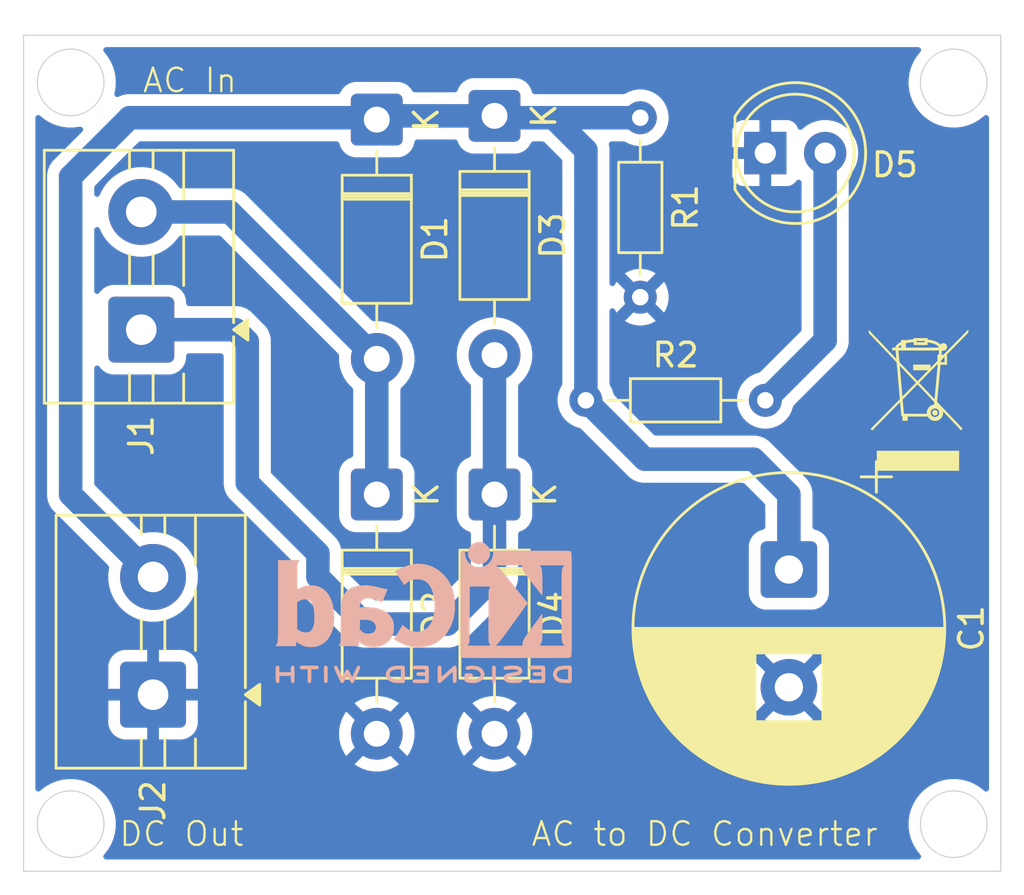
<source format=kicad_pcb>
(kicad_pcb (version 20241229) (generator "pcbnew") (generator_version "9.0")
  (layers (0 "F.Cu" signal) (2 "B.Cu" signal) (13 "F.Paste" user) (15 "B.Paste" user) (5 "F.SilkS" user "F.Silkscreen") (7 "B.SilkS" user "B.Silkscreen") (1 "F.Mask" user) (3 "B.Mask" user) (25 "Edge.Cuts" user))
  (net 0 "")
  (net 1 "GND")
  (net 2 "Net-(D1-K)")
  (net 3 "Net-(D1-A)")
  (net 4 "Net-(D3-A)")
  (net 5 "Net-(D5-A)")
  (footprint "Diode_THT:D_DO-41_SOD81_P10.16mm_Horizontal" (layer "F.Cu") (at 141.5 79.42 -90)
    (property "Reference" "D3" (at 5.08 -2.47 90) (layer "F.SilkS"))
    (property "Value" "1N4007")
    (fp_text user "K" (at 0 -2.1 90) (layer "F.SilkS"))
    (pad "1" thru_hole roundrect (at 0 0 270) (size 2.2 2.2) (drill 1.1) (layers "*.Cu" "*.Mask") (roundrect_rratio 0.113636) (net 2 "Net-(D1-K)"))
    (pad "2" thru_hole circle (at 10.16 0 270) (size 2.2 2.2) (drill 1.1) (layers "*.Cu" "*.Mask") (net 4 "Net-(D3-A)"))
  )
  (footprint "LED_THT:LED_D5.0mm" (layer "F.Cu") (at 153 81)
    (property "Reference" "D5" (at 5.5 0.5 0) (layer "F.SilkS"))
    (property "Value" "LED")
    (pad "1" thru_hole rect (at 0 0) (size 1.8 1.8) (drill 0.9) (layers "*.Cu" "*.Mask") (net 1 "GND"))
    (pad "2" thru_hole circle (at 2.54 0) (size 1.8 1.8) (drill 0.9) (layers "*.Cu" "*.Mask") (net 5 "Net-(D5-A)"))
  )
  (footprint "Diode_THT:D_DO-41_SOD81_P10.16mm_Horizontal" (layer "F.Cu") (at 136.5 79.58 -90)
    (property "Reference" "D1" (at 5.08 -2.47 90) (layer "F.SilkS"))
    (property "Value" "1N4007")
    (fp_text user "K" (at 0 -2.1 90) (layer "F.SilkS"))
    (pad "1" thru_hole roundrect (at 0 0 270) (size 2.2 2.2) (drill 1.1) (layers "*.Cu" "*.Mask") (roundrect_rratio 0.113636) (net 2 "Net-(D1-K)"))
    (pad "2" thru_hole circle (at 10.16 0 270) (size 2.2 2.2) (drill 1.1) (layers "*.Cu" "*.Mask") (net 3 "Net-(D1-A)"))
  )
  (footprint "Diode_THT:D_DO-41_SOD81_P10.16mm_Horizontal" (layer "F.Cu") (at 141.5 95.5 -90)
    (property "Reference" "D4" (at 5.08 -2.47 90) (layer "F.SilkS"))
    (property "Value" "1N4007")
    (fp_text user "K" (at 0 -2.1 90) (layer "F.SilkS"))
    (pad "1" thru_hole roundrect (at 0 0 270) (size 2.2 2.2) (drill 1.1) (layers "*.Cu" "*.Mask") (roundrect_rratio 0.113636) (net 4 "Net-(D3-A)"))
    (pad "2" thru_hole circle (at 10.16 0 270) (size 2.2 2.2) (drill 1.1) (layers "*.Cu" "*.Mask") (net 1 "GND"))
  )
  (footprint "Diode_THT:D_DO-41_SOD81_P10.16mm_Horizontal" (layer "F.Cu") (at 136.5 95.5 -90)
    (property "Reference" "D2" (at 5.08 -2.47 90) (layer "F.SilkS"))
    (property "Value" "1N4007")
    (fp_text user "K" (at 0 -2.1 90) (layer "F.SilkS"))
    (pad "1" thru_hole roundrect (at 0 0 270) (size 2.2 2.2) (drill 1.1) (layers "*.Cu" "*.Mask") (roundrect_rratio 0.113636) (net 3 "Net-(D1-A)"))
    (pad "2" thru_hole circle (at 10.16 0 270) (size 2.2 2.2) (drill 1.1) (layers "*.Cu" "*.Mask") (net 1 "GND"))
  )
  (footprint "Symbol:WEEE-Logo_4.2x6mm_SilkScreen" (layer "F.Cu") (at 159.5 91.5)
    (property "Reference" "REF**" (hide yes))
    (property "Value" "WEEE-Logo_4.2x6mm_SilkScreen" (hide yes))
  )
  (footprint "TerminalBlock:TerminalBlock_MaiXu_MX126-5.0-02P_1x02_P5.00mm" (layer "F.Cu") (at 127 104 90)
    (property "Reference" "J2" (at -4.5 0 90) (layer "F.SilkS"))
    (property "Value" "Screw_Terminal_01x02")
    (pad "1" thru_hole roundrect (at 0 0 90) (size 2.8 2.8) (drill 1.3) (layers "*.Cu" "*.Mask") (roundrect_rratio 0.089286) (net 1 "GND"))
    (pad "2" thru_hole circle (at 5 0 90) (size 2.8 2.8) (drill 1.3) (layers "*.Cu" "*.Mask") (net 2 "Net-(D1-K)"))
  )
  (footprint "Resistor_THT:R_Axial_DIN0204_L3.6mm_D1.6mm_P7.62mm_Horizontal" (layer "F.Cu") (at 147.69 79.5 -90)
    (property "Reference" "R1" (at 3.81 -1.92 90) (layer "F.SilkS"))
    (property "Value" "10K")
    (pad "1" thru_hole circle (at 0 0 270) (size 1.4 1.4) (drill 0.7) (layers "*.Cu" "*.Mask") (net 2 "Net-(D1-K)"))
    (pad "2" thru_hole circle (at 7.62 0 270) (size 1.4 1.4) (drill 0.7) (layers "*.Cu" "*.Mask") (net 1 "GND"))
  )
  (footprint "TerminalBlock:TerminalBlock_MaiXu_MX126-5.0-02P_1x02_P5.00mm" (layer "F.Cu") (at 126.5 88.5 90)
    (property "Reference" "J1" (at -4.5 0 90) (layer "F.SilkS"))
    (property "Value" "Screw_Terminal_01x02")
    (pad "1" thru_hole roundrect (at 0 0 90) (size 2.8 2.8) (drill 1.3) (layers "*.Cu" "*.Mask") (roundrect_rratio 0.089286) (net 4 "Net-(D3-A)"))
    (pad "2" thru_hole circle (at 5 0 90) (size 2.8 2.8) (drill 1.3) (layers "*.Cu" "*.Mask") (net 3 "Net-(D1-A)"))
  )
  (footprint "Capacitor_THT:CP_Radial_D13.0mm_P5.00mm" (layer "F.Cu") (at 154 98.684785 -90)
    (property "Reference" "C1" (at 2.5 -7.75 90) (layer "F.SilkS"))
    (property "Value" "1000uF")
    (pad "1" thru_hole roundrect (at 0 0 270) (size 2.4 2.4) (drill 1.2) (layers "*.Cu" "*.Mask") (roundrect_rratio 0.104167) (net 2 "Net-(D1-K)"))
    (pad "2" thru_hole circle (at 5 0 270) (size 2.4 2.4) (drill 1.2) (layers "*.Cu" "*.Mask") (net 1 "GND"))
  )
  (footprint "Resistor_THT:R_Axial_DIN0204_L3.6mm_D1.6mm_P7.62mm_Horizontal" (layer "F.Cu") (at 145.38 91.5)
    (property "Reference" "R2" (at 3.81 -1.92 0) (layer "F.SilkS"))
    (property "Value" "2.2K")
    (pad "1" thru_hole circle (at 0 0) (size 1.4 1.4) (drill 0.7) (layers "*.Cu" "*.Mask") (net 2 "Net-(D1-K)"))
    (pad "2" thru_hole circle (at 7.62 0) (size 1.4 1.4) (drill 0.7) (layers "*.Cu" "*.Mask") (net 5 "Net-(D5-A)"))
  )
  (footprint "Symbol:KiCad-Logo2_5mm_SilkScreen" (layer "B.Cu") (at 138.5 100.5 180)
    (property "Reference" "REF**" (hide yes))
    (property "Value" "KiCad-Logo2_5mm_SilkScreen" (hide yes))
  )
  (gr_rect (start 121.5 76) (end 163 111.5) (stroke (width 0.05)) (fill no) (layer "Edge.Cuts"))
  (gr_circle (center 161 78) (end 160 77) (stroke (width 0.05)) (fill no) (layer "Edge.Cuts"))
  (gr_circle (center 123.5 109.5) (end 122.5 108.5) (stroke (width 0.05)) (fill no) (layer "Edge.Cuts"))
  (gr_circle (center 123.5 78) (end 122.5 77) (stroke (width 0.05)) (fill no) (layer "Edge.Cuts"))
  (gr_circle (center 161 109.5) (end 160 108.5) (stroke (width 0.05)) (fill no) (layer "Edge.Cuts"))
  (gr_text "AC to DC Converter\n" (at 143 110.5 0) (layer "F.SilkS") (effects (font (size 1 1) (thickness 0.1)) (justify left bottom)))
  (gr_text "AC In\n" (at 126.5 78.5 0) (layer "F.SilkS") (effects (font (size 1 1) (thickness 0.1)) (justify left bottom)))
  (gr_text "DC Out" (at 125.5 110.5 0) (layer "F.SilkS") (effects (font (size 1 1) (thickness 0.1)) (justify left bottom)))
  (segment (start 126 79.5) (end 136.5 79.5) (width 1) (layer "B.Cu") (net 2))
  (segment (start 136.66 79.42) (end 136.5 79.58) (width 1) (layer "B.Cu") (net 2))
  (segment (start 127 99) (end 123.5 95.5) (width 1) (layer "B.Cu") (net 2))
  (segment (start 154 98.684785) (end 154 95.5) (width 1) (layer "B.Cu") (net 2))
  (segment (start 123.5 95.5) (end 123.5 82) (width 1) (layer "B.Cu") (net 2))
  (segment (start 123.5 82) (end 126 79.5) (width 1) (layer "B.Cu") (net 2))
  (segment (start 145.38 91.5) (end 145.38 80.88) (width 1) (layer "B.Cu") (net 2))
  (segment (start 154 95.5) (end 152.5 94) (width 1) (layer "B.Cu") (net 2))
  (segment (start 141.34 79.58) (end 141.5 79.42) (width 1) (layer "B.Cu") (net 2))
  (segment (start 145.38 80.88) (end 144 79.5) (width 1) (layer "B.Cu") (net 2))
  (segment (start 147.69 79.5) (end 144 79.5) (width 1) (layer "B.Cu") (net 2))
  (segment (start 141.5 79.42) (end 136.66 79.42) (width 1) (layer "B.Cu") (net 2))
  (segment (start 147.88 94) (end 145.38 91.5) (width 1) (layer "B.Cu") (net 2))
  (segment (start 144 79.5) (end 141.58 79.5) (width 1) (layer "B.Cu") (net 2))
  (segment (start 141.58 79.5) (end 141.5 79.42) (width 1) (layer "B.Cu") (net 2))
  (segment (start 152.5 94) (end 147.88 94) (width 1) (layer "B.Cu") (net 2))
  (segment (start 136.5 89.74) (end 136.5 95.5) (width 1) (layer "B.Cu") (net 3))
  (segment (start 130.26 83.5) (end 136.5 89.74) (width 1) (layer "B.Cu") (net 3))
  (segment (start 126.5 83.5) (end 130.26 83.5) (width 1) (layer "B.Cu") (net 3))
  (segment (start 130.5 88.5) (end 131 89) (width 1) (layer "B.Cu") (net 4))
  (segment (start 131 89) (end 131 95) (width 1) (layer "B.Cu") (net 4))
  (segment (start 141.5 89.58) (end 141.5 95.5) (width 1) (layer "B.Cu") (net 4))
  (segment (start 139.5 101) (end 141.5 99) (width 1) (layer "B.Cu") (net 4))
  (segment (start 126.5 88.5) (end 130.5 88.5) (width 1) (layer "B.Cu") (net 4))
  (segment (start 134 98) (end 134 99) (width 1) (layer "B.Cu") (net 4))
  (segment (start 131 95) (end 134 98) (width 1) (layer "B.Cu") (net 4))
  (segment (start 141.5 99) (end 141.5 95.5) (width 1) (layer "B.Cu") (net 4))
  (segment (start 134 99) (end 136 101) (width 1) (layer "B.Cu") (net 4))
  (segment (start 136 101) (end 139.5 101) (width 1) (layer "B.Cu") (net 4))
  (segment (start 155.54 81) (end 155.54 88.96) (width 1) (layer "B.Cu") (net 5))
  (segment (start 155.54 88.96) (end 153 91.5) (width 1) (layer "B.Cu") (net 5))
  (zone (net 1) (net_name "GND") (layer "B.Cu") (connect_pads (clearance 0.5)) (min_thickness 0.25) (fill yes (thermal_gap 0.5) (thermal_bridge_width 0.5))
    (polygon (pts (xy 120.5 112.5) (xy 164 112.5) (xy 164 74.5) (xy 120.5 74.5)))
  )
)
</source>
